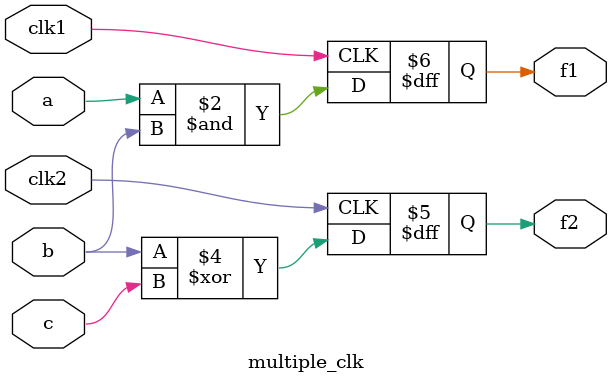
<source format=v>
module multiple_clk(clk1, clk2, a, b, c, f1, f2);

    input clk1, clk2, a, b, c;
    output reg f1, f2;

    always @(posedge clk1)
        f1 <= a & b;

    always @(negedge clk2)
        f2 <= b ^ c;

endmodule


</source>
